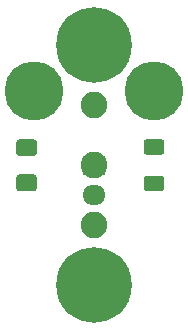
<source format=gbr>
%TF.GenerationSoftware,KiCad,Pcbnew,(5.1.7)-1*%
%TF.CreationDate,2020-12-02T23:42:10-06:00*%
%TF.ProjectId,025mag-PROBE-BOARD_REV2,3032356d-6167-42d5-9052-4f42452d424f,rev?*%
%TF.SameCoordinates,Original*%
%TF.FileFunction,Soldermask,Bot*%
%TF.FilePolarity,Negative*%
%FSLAX46Y46*%
G04 Gerber Fmt 4.6, Leading zero omitted, Abs format (unit mm)*
G04 Created by KiCad (PCBNEW (5.1.7)-1) date 2020-12-02 23:42:10*
%MOMM*%
%LPD*%
G01*
G04 APERTURE LIST*
%ADD10C,5.000000*%
%ADD11C,1.800000*%
%ADD12C,2.250000*%
%ADD13O,1.950000X1.700000*%
%ADD14C,6.400000*%
G04 APERTURE END LIST*
D10*
%TO.C,M31*%
X-5080000Y6330000D03*
%TD*%
D11*
%TO.C,SW1*%
X0Y-2540000D03*
D12*
X0Y0D03*
X0Y5080000D03*
X0Y-5080000D03*
%TD*%
D13*
%TO.C,REF\u002A\u002A*%
X0Y-5000000D03*
G36*
G01*
X-725000Y850000D02*
X725000Y850000D01*
G75*
G02*
X975000Y600000I0J-250000D01*
G01*
X975000Y-600000D01*
G75*
G02*
X725000Y-850000I-250000J0D01*
G01*
X-725000Y-850000D01*
G75*
G02*
X-975000Y-600000I0J250000D01*
G01*
X-975000Y600000D01*
G75*
G02*
X-725000Y850000I250000J0D01*
G01*
G37*
X0Y-2500000D03*
%TD*%
%TO.C,D2*%
G36*
G01*
X-5090000Y775000D02*
X-6340000Y775000D01*
G75*
G02*
X-6590000Y1025000I0J250000D01*
G01*
X-6590000Y1950000D01*
G75*
G02*
X-6340000Y2200000I250000J0D01*
G01*
X-5090000Y2200000D01*
G75*
G02*
X-4840000Y1950000I0J-250000D01*
G01*
X-4840000Y1025000D01*
G75*
G02*
X-5090000Y775000I-250000J0D01*
G01*
G37*
G36*
G01*
X-5090000Y-2200000D02*
X-6340000Y-2200000D01*
G75*
G02*
X-6590000Y-1950000I0J250000D01*
G01*
X-6590000Y-1025000D01*
G75*
G02*
X-6340000Y-775000I250000J0D01*
G01*
X-5090000Y-775000D01*
G75*
G02*
X-4840000Y-1025000I0J-250000D01*
G01*
X-4840000Y-1950000D01*
G75*
G02*
X-5090000Y-2200000I-250000J0D01*
G01*
G37*
%TD*%
%TO.C,R2*%
G36*
G01*
X5705001Y900000D02*
X4454999Y900000D01*
G75*
G02*
X4205000Y1149999I0J249999D01*
G01*
X4205000Y1950001D01*
G75*
G02*
X4454999Y2200000I249999J0D01*
G01*
X5705001Y2200000D01*
G75*
G02*
X5955000Y1950001I0J-249999D01*
G01*
X5955000Y1149999D01*
G75*
G02*
X5705001Y900000I-249999J0D01*
G01*
G37*
G36*
G01*
X5705001Y-2200000D02*
X4454999Y-2200000D01*
G75*
G02*
X4205000Y-1950001I0J249999D01*
G01*
X4205000Y-1149999D01*
G75*
G02*
X4454999Y-900000I249999J0D01*
G01*
X5705001Y-900000D01*
G75*
G02*
X5955000Y-1149999I0J-249999D01*
G01*
X5955000Y-1950001D01*
G75*
G02*
X5705001Y-2200000I-249999J0D01*
G01*
G37*
%TD*%
D10*
%TO.C,REF\u002A\u002A*%
X5120000Y6330000D03*
%TD*%
D14*
%TO.C,MAG2*%
X0Y-10160000D03*
%TD*%
%TO.C,MAG1*%
X0Y10160000D03*
%TD*%
M02*

</source>
